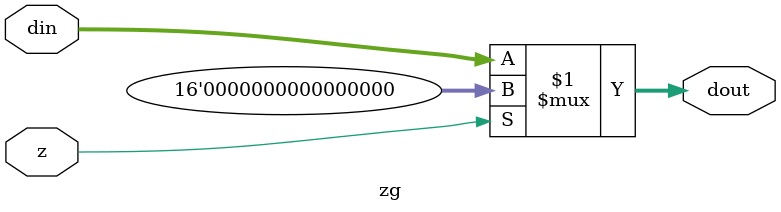
<source format=v>
module zg(
    input [15:0] din,
    input z,
    output [15:0] dout
);
assign dout = (z)?16'h0000:din;
endmodule
</source>
